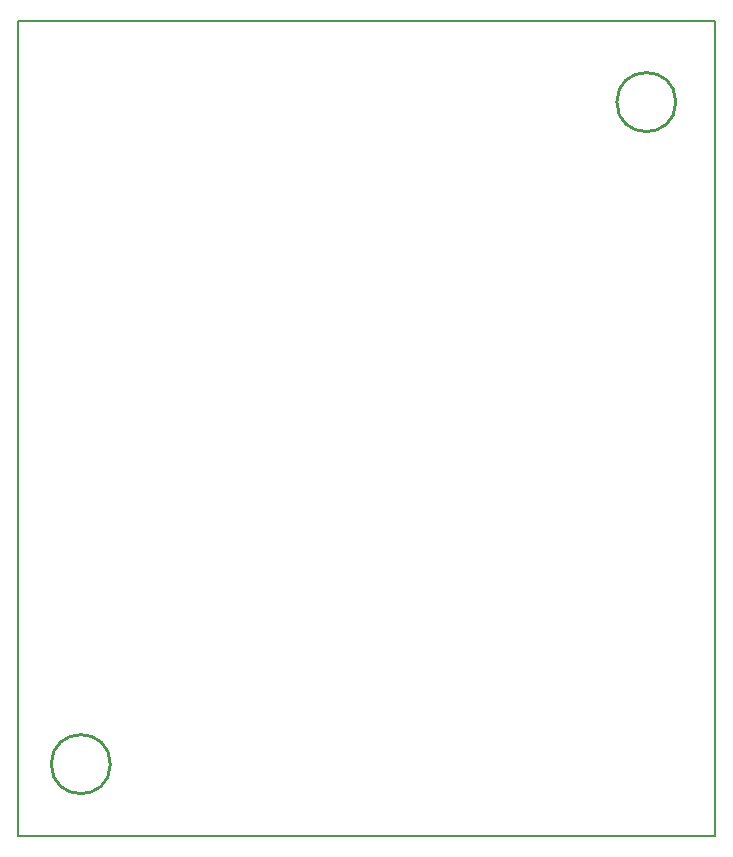
<source format=gko>
G04*
G04 #@! TF.GenerationSoftware,Altium Limited,Altium Designer,24.5.2 (23)*
G04*
G04 Layer_Color=16711935*
%FSLAX25Y25*%
%MOIN*%
G70*
G04*
G04 #@! TF.SameCoordinates,E566BAFE-53A3-49A5-9EFE-4B06B608819B*
G04*
G04*
G04 #@! TF.FilePolarity,Positive*
G04*
G01*
G75*
%ADD10C,0.00500*%
%ADD11C,0.01000*%
D10*
X1969Y1969D02*
X234252D01*
Y273622D01*
X1969D02*
X234252D01*
X1969Y1969D02*
Y273622D01*
D11*
X221170Y246552D02*
G03*
X221170Y246552I-9843J0D01*
G01*
X32670Y25852D02*
G03*
X32670Y25852I-9843J0D01*
G01*
M02*

</source>
